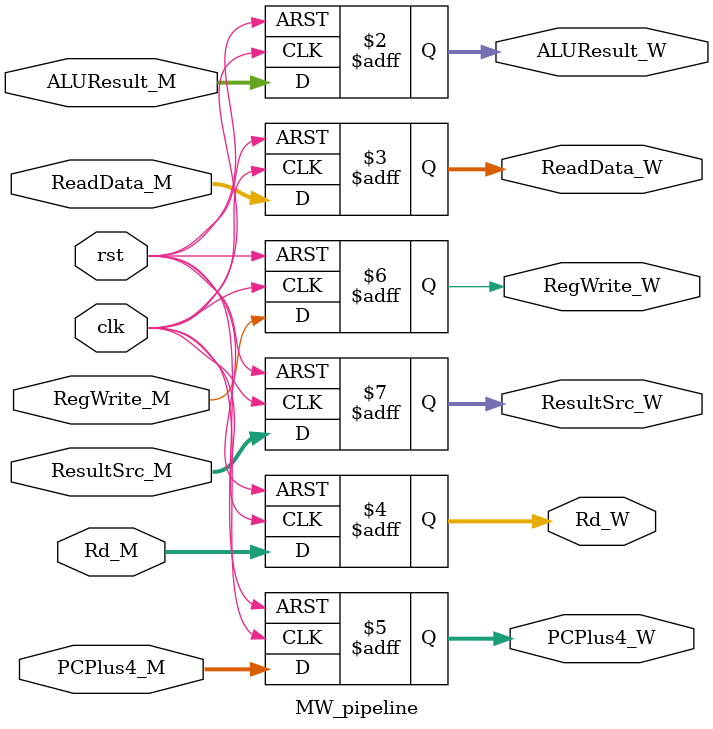
<source format=sv>
module MW_pipeline (
    input  logic        clk,
    input  logic        rst,
    
    // Data from Memory (M)
    input  logic [63:0] ALUResult_M,
    input  logic [63:0] ReadData_M,
    input  logic [4:0]  Rd_M,
    input  logic [63:0] PCPlus4_M,
    
    // Control from Memory (M)
    input  logic        RegWrite_M,
    input  logic [1:0]  ResultSrc_M,
    
    // Data to Writeback (W)
    output logic [63:0] ALUResult_W,
    output logic [63:0] ReadData_W,
    output logic [4:0]  Rd_W,
    output logic [63:0] PCPlus4_W,
    
    // Control to Writeback (W)
    output logic        RegWrite_W,
    output logic [1:0]  ResultSrc_W
);

    always_ff @(posedge clk or posedge rst) begin
        if (rst) begin
            ALUResult_W <= 64'b0;
            ReadData_W  <= 64'b0;
            Rd_W        <= 5'b0;
            PCPlus4_W   <= 64'b0;
            RegWrite_W  <= 1'b0;
            ResultSrc_W <= 2'b0;
        end else begin
            ALUResult_W <= ALUResult_M;
            ReadData_W  <= ReadData_M;
            Rd_W        <= Rd_M;
            PCPlus4_W   <= PCPlus4_M;
            RegWrite_W  <= RegWrite_M;
            ResultSrc_W <= ResultSrc_M;
        end
    end

endmodule
</source>
